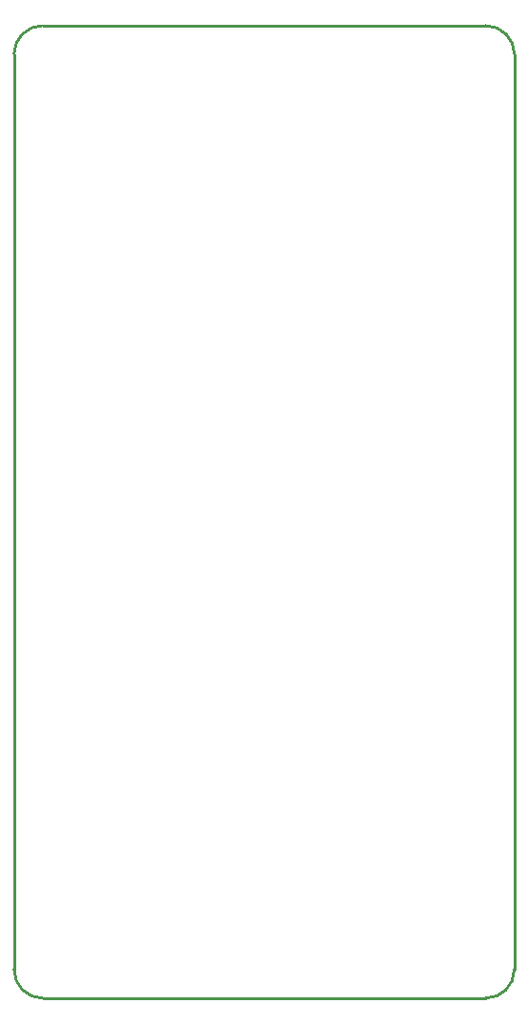
<source format=gm1>
G04*
G04 #@! TF.GenerationSoftware,Altium Limited,Altium Designer,25.8.1 (18)*
G04*
G04 Layer_Color=16711935*
%FSLAX44Y44*%
%MOMM*%
G71*
G04*
G04 #@! TF.SameCoordinates,D5034472-531D-44ED-AF62-EB3B9E0E118A*
G04*
G04*
G04 #@! TF.FilePolarity,Positive*
G04*
G01*
G75*
%ADD13C,0.2540*%
D13*
X419100Y-0D02*
G03*
X444500Y25400I0J25400D01*
G01*
Y838200D02*
G03*
X419100Y863600I-25400J0D01*
G01*
X25400D02*
G03*
X-0Y838200I0J-25400D01*
G01*
Y25400D02*
G03*
X25400Y-0I25400J0D01*
G01*
X444500Y25400D02*
Y838200D01*
X25400Y-0D02*
X419100D01*
X25364Y863600D02*
X419100D01*
X-0Y838200D02*
X-0Y25400D01*
M02*

</source>
